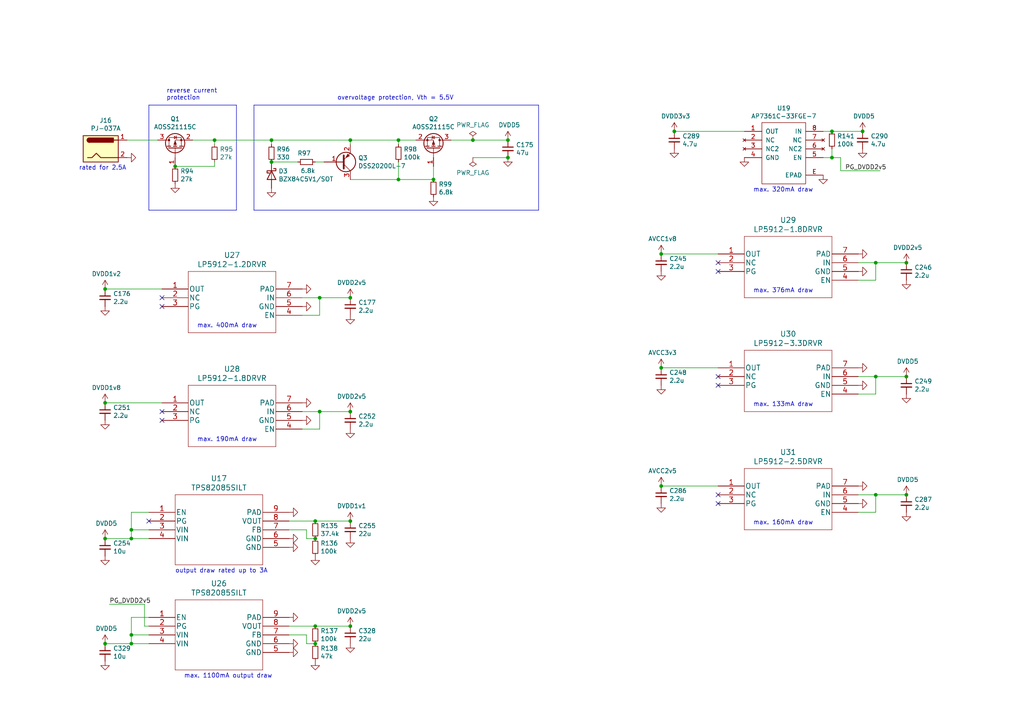
<source format=kicad_sch>
(kicad_sch (version 20230121) (generator eeschema)
  (paper "A4")
  (title_block (title "OSSC Pro") (date "2023-08-17") (rev "1.5"))
  (lib_symbols
    (symbol "Connector:Barrel_Jack" (pin_names (offset 1.016))
      (property "Reference" "J" (at 0 5.334 0))
      (property "Value" "Barrel_Jack" (at 0 -5.08 0))
      (symbol "Barrel_Jack_0_1"
        (rectangle (start -5.08 3.81) (end 5.08 -3.81) (stroke (width 0.254)) (fill (type background)))
        (arc (start -3.302 3.175) (mid -3.9343 2.54) (end -3.302 1.905) (stroke (width 0.254)))
        (arc (start -3.302 3.175) (mid -3.9343 2.54) (end -3.302 1.905) (stroke (width 0.254)) (fill (type outline)))
        (polyline (pts (xy 5.08 2.54) (xy 3.81 2.54)) (stroke (width 0.254)))
        (polyline (pts (xy -3.81 -2.54) (xy -2.54 -2.54) (xy -1.27 -1.27) (xy 0 -2.54) (xy 2.54 -2.54) (xy 5.08 -2.54)) (stroke (width 0.254)))
        (rectangle (start 3.683 3.175) (end -3.302 1.905) (stroke (width 0.254)) (fill (type outline)))
      )
      (symbol "Barrel_Jack_1_1"
        (pin passive line (at 7.62 2.54 180) (length 2.54) (name "~") (number "1"))
        (pin passive line (at 7.62 -2.54 180) (length 2.54) (name "~") (number "2"))
      )
    )
    (symbol "Device:C_Small" (pin_numbers hide) (pin_names (offset 0.254) hide)
      (property "Reference" "C" (at 0.254 1.778 0))
      (property "Value" "C_Small" (at 0.254 -2.032 0))
      (symbol "C_Small_0_1"
        (polyline (pts (xy -1.524 -0.508) (xy 1.524 -0.508)) (stroke (width 0.3302)))
        (polyline (pts (xy -1.524 0.508) (xy 1.524 0.508)) (stroke (width 0.3048)))
      )
      (symbol "C_Small_1_1"
        (pin passive line (at 0 2.54 270) (length 2.032) (name "~") (number "1"))
        (pin passive line (at 0 -2.54 90) (length 2.032) (name "~") (number "2"))
      )
    )
    (symbol "Device:D_Schottky" (pin_numbers hide) (pin_names (offset 1.016) hide)
      (property "Reference" "D" (at 0 2.54 0))
      (property "Value" "D_Schottky" (at 0 -2.54 0))
      (symbol "D_Schottky_0_1"
        (polyline (pts (xy 1.27 0) (xy -1.27 0)))
        (polyline (pts (xy 1.27 1.27) (xy 1.27 -1.27) (xy -1.27 0) (xy 1.27 1.27)) (stroke (width 0.254)))
        (polyline (pts (xy -1.905 0.635) (xy -1.905 1.27) (xy -1.27 1.27) (xy -1.27 -1.27) (xy -0.635 -1.27) (xy -0.635 -0.635)) (stroke (width 0.254)))
      )
      (symbol "D_Schottky_1_1"
        (pin passive line (at -3.81 0 0) (length 2.54) (name "K") (number "1"))
        (pin passive line (at 3.81 0 180) (length 2.54) (name "A") (number "2"))
      )
    )
    (symbol "Device:Q_PMOS_GSD" (pin_names (offset 0) hide)
      (property "Reference" "Q" (at 5.08 1.27 0))
      (property "Value" "Q_PMOS_GSD" (at 5.08 -1.27 0))
      (symbol "Q_PMOS_GSD_0_1"
        (polyline (pts (xy 0.254 0) (xy -2.54 0)))
        (polyline (pts (xy 0.254 1.905) (xy 0.254 -1.905)) (stroke (width 0.254)))
        (polyline (pts (xy 0.762 -1.27) (xy 0.762 -2.286)) (stroke (width 0.254)))
        (polyline (pts (xy 0.762 0.508) (xy 0.762 -0.508)) (stroke (width 0.254)))
        (polyline (pts (xy 0.762 2.286) (xy 0.762 1.27)) (stroke (width 0.254)))
        (polyline (pts (xy 2.54 2.54) (xy 2.54 1.778)))
        (polyline (pts (xy 2.54 -2.54) (xy 2.54 0) (xy 0.762 0)))
        (polyline (pts (xy 0.762 1.778) (xy 3.302 1.778) (xy 3.302 -1.778) (xy 0.762 -1.778)))
        (polyline (pts (xy 2.286 0) (xy 1.27 0.381) (xy 1.27 -0.381) (xy 2.286 0)) (fill (type outline)))
        (polyline (pts (xy 2.794 -0.508) (xy 2.921 -0.381) (xy 3.683 -0.381) (xy 3.81 -0.254)))
        (polyline (pts (xy 3.302 -0.381) (xy 2.921 0.254) (xy 3.683 0.254) (xy 3.302 -0.381)))
        (circle (center 1.651 0) (radius 2.794) (stroke (width 0.254)))
        (circle (center 2.54 -1.778) (radius 0.254) (fill (type outline)))
        (circle (center 2.54 1.778) (radius 0.254) (fill (type outline)))
      )
      (symbol "Q_PMOS_GSD_1_1"
        (pin input line (at -5.08 0 0) (length 2.54) (name "G") (number "1"))
        (pin passive line (at 2.54 -5.08 90) (length 2.54) (name "S") (number "2"))
        (pin passive line (at 2.54 5.08 270) (length 2.54) (name "D") (number "3"))
      )
    )
    (symbol "Device:Q_PNP_BEC" (pin_names (offset 0) hide)
      (property "Reference" "Q" (at 5.08 1.27 0))
      (property "Value" "Q_PNP_BEC" (at 5.08 -1.27 0))
      (symbol "Q_PNP_BEC_0_1"
        (polyline (pts (xy 0.635 0.635) (xy 2.54 2.54)))
        (polyline (pts (xy 0.635 -0.635) (xy 2.54 -2.54) (xy 2.54 -2.54)))
        (polyline (pts (xy 0.635 1.905) (xy 0.635 -1.905) (xy 0.635 -1.905)) (stroke (width 0.508)))
        (polyline (pts (xy 2.286 -1.778) (xy 1.778 -2.286) (xy 1.27 -1.27) (xy 2.286 -1.778) (xy 2.286 -1.778)) (fill (type outline)))
        (circle (center 1.27 0) (radius 2.8194) (stroke (width 0.254)))
      )
      (symbol "Q_PNP_BEC_1_1"
        (pin input line (at -5.08 0 0) (length 5.715) (name "B") (number "1"))
        (pin passive line (at 2.54 -5.08 90) (length 2.54) (name "E") (number "2"))
        (pin passive line (at 2.54 5.08 270) (length 2.54) (name "C") (number "3"))
      )
    )
    (symbol "Device:R_Small" (pin_numbers hide) (pin_names (offset 0.254) hide)
      (property "Reference" "R" (at 0.762 0.508 0))
      (property "Value" "R_Small" (at 0.762 -1.016 0))
      (symbol "R_Small_0_1"
        (rectangle (start -0.762 1.778) (end 0.762 -1.778) (stroke (width 0.2032)))
      )
      (symbol "R_Small_1_1"
        (pin passive line (at 0 2.54 270) (length 0.762) (name "~") (number "1"))
        (pin passive line (at 0 -2.54 90) (length 0.762) (name "~") (number "2"))
      )
    )
    (symbol "custom_components:AP7361C-33FGE-7" (pin_names (offset 1.016))
      (property "Reference" "U" (at 0 12.7 0))
      (property "Value" "AP7361C-33FGE-7" (at 0 10.16 0))
      (symbol "AP7361C-33FGE-7_0_1"
        (rectangle (start -6.35 8.89) (end 6.35 -8.89))
      )
      (symbol "AP7361C-33FGE-7_1_1"
        (pin power_out line (at -11.43 6.35 0) (length 5.08) (name "OUT") (number "1"))
        (pin no_connect line (at -11.43 3.81 0) (length 5.08) (name "NC") (number "2"))
        (pin no_connect line (at -11.43 1.27 0) (length 5.08) (name "NC2") (number "3"))
        (pin power_in line (at -11.43 -1.27 0) (length 5.08) (name "GND") (number "4"))
        (pin input line (at 11.43 -1.27 180) (length 5.08) (name "EN") (number "5"))
        (pin no_connect line (at 11.43 1.27 180) (length 5.08) (name "NC2") (number "6"))
        (pin no_connect line (at 11.43 3.81 180) (length 5.08) (name "NC") (number "7"))
        (pin power_in line (at 11.43 6.35 180) (length 5.08) (name "IN") (number "8"))
        (pin power_in line (at 11.43 -6.35 180) (length 5.08) (name "EPAD") (number "E"))
      )
    )
    (symbol "custom_components:AVCC1v8" (power) (pin_names (offset 0))
      (property "Value" "AVCC1v8" (at 0 3.556 0))
      (symbol "AVCC1v8_0_1"
        (polyline (pts (xy -0.762 1.27) (xy 0 2.54)))
        (polyline (pts (xy 0 0) (xy 0 2.54)))
        (polyline (pts (xy 0 2.54) (xy 0.762 1.27)))
      )
      (symbol "AVCC1v8_1_1"
        (pin power_in line (at 0 0 90) (length 0) hide (name "AVCC1v8") (number "1"))
      )
    )
    (symbol "custom_components:AVCC2v5" (power) (pin_names (offset 0))
      (property "Value" "AVCC2v5" (at 0 3.556 0))
      (symbol "AVCC2v5_0_1"
        (polyline (pts (xy -0.762 1.27) (xy 0 2.54)))
        (polyline (pts (xy 0 0) (xy 0 2.54)))
        (polyline (pts (xy 0 2.54) (xy 0.762 1.27)))
      )
      (symbol "AVCC2v5_1_1"
        (pin power_in line (at 0 0 90) (length 0) hide (name "AVCC2v5") (number "1"))
      )
    )
    (symbol "custom_components:AVCC3v3" (power) (pin_names (offset 0))
      (property "Value" "AVCC3v3" (at 0 3.556 0))
      (symbol "AVCC3v3_0_1"
        (polyline (pts (xy -0.762 1.27) (xy 0 2.54)))
        (polyline (pts (xy 0 0) (xy 0 2.54)))
        (polyline (pts (xy 0 2.54) (xy 0.762 1.27)))
      )
      (symbol "AVCC3v3_1_1"
        (pin power_in line (at 0 0 90) (length 0) hide (name "AVCC3v3") (number "1"))
      )
    )
    (symbol "custom_components:DVDD1v1" (power) (pin_names (offset 0))
      (property "Value" "DVDD1v1" (at 0 3.556 0))
      (symbol "DVDD1v1_0_1"
        (polyline (pts (xy -0.762 1.27) (xy 0 2.54)))
        (polyline (pts (xy 0 0) (xy 0 2.54)))
        (polyline (pts (xy 0 2.54) (xy 0.762 1.27)))
      )
      (symbol "DVDD1v1_1_1"
        (pin power_in line (at 0 0 90) (length 0) hide (name "DVDD1v1") (number "1"))
      )
    )
    (symbol "custom_components:DVDD1v2" (power) (pin_names (offset 0))
      (property "Value" "DVDD1v2" (at 0 3.556 0))
      (symbol "DVDD1v2_0_1"
        (polyline (pts (xy -0.762 1.27) (xy 0 2.54)))
        (polyline (pts (xy 0 0) (xy 0 2.54)))
        (polyline (pts (xy 0 2.54) (xy 0.762 1.27)))
      )
      (symbol "DVDD1v2_1_1"
        (pin power_in line (at 0 0 90) (length 0) hide (name "DVDD1v2") (number "1"))
      )
    )
    (symbol "custom_components:DVDD1v8" (power) (pin_names (offset 0))
      (property "Value" "DVDD1v8" (at 0 3.556 0))
      (symbol "DVDD1v8_0_1"
        (polyline (pts (xy -0.762 1.27) (xy 0 2.54)))
        (polyline (pts (xy 0 0) (xy 0 2.54)))
        (polyline (pts (xy 0 2.54) (xy 0.762 1.27)))
      )
      (symbol "DVDD1v8_1_1"
        (pin power_in line (at 0 0 90) (length 0) hide (name "DVDD1v8") (number "1"))
      )
    )
    (symbol "custom_components:DVDD2v5" (power) (pin_names (offset 0))
      (property "Value" "DVDD2v5" (at 0 3.556 0))
      (symbol "DVDD2v5_0_1"
        (polyline (pts (xy -0.762 1.27) (xy 0 2.54)))
        (polyline (pts (xy 0 0) (xy 0 2.54)))
        (polyline (pts (xy 0 2.54) (xy 0.762 1.27)))
      )
      (symbol "DVDD2v5_1_1"
        (pin power_in line (at 0 0 90) (length 0) hide (name "DVDD2v5") (number "1"))
      )
    )
    (symbol "custom_components:DVDD3v3" (power) (pin_names (offset 0))
      (property "Value" "DVDD3v3" (at 0 3.556 0))
      (symbol "DVDD3v3_0_1"
        (polyline (pts (xy -0.762 1.27) (xy 0 2.54)))
        (polyline (pts (xy 0 0) (xy 0 2.54)))
        (polyline (pts (xy 0 2.54) (xy 0.762 1.27)))
      )
      (symbol "DVDD3v3_1_1"
        (pin power_in line (at 0 0 90) (length 0) hide (name "DVDD3v3") (number "1"))
      )
    )
    (symbol "custom_components:DVDD5" (power) (pin_names (offset 0))
      (property "Value" "DVDD5" (at 0 3.556 0))
      (symbol "DVDD5_0_1"
        (polyline (pts (xy -0.762 1.27) (xy 0 2.54)))
        (polyline (pts (xy 0 0) (xy 0 2.54)))
        (polyline (pts (xy 0 2.54) (xy 0.762 1.27)))
      )
      (symbol "DVDD5_1_1"
        (pin power_in line (at 0 0 90) (length 0) hide (name "DVDD5") (number "1"))
      )
    )
    (symbol "custom_components:LP5912-1.2DRVR" (pin_names (offset 0.254))
      (property "Reference" "U" (at 20.32 10.16 0))
      (property "Value" "LP5912-1.2DRVR" (at 20.32 7.62 0))
      (symbol "LP5912-1.2DRVR_1_1"
        (polyline (pts (xy 7.62 -12.7) (xy 33.02 -12.7)) (stroke (width 0.127)))
        (polyline (pts (xy 7.62 5.08) (xy 7.62 -12.7)) (stroke (width 0.127)))
        (polyline (pts (xy 33.02 -12.7) (xy 33.02 5.08)) (stroke (width 0.127)))
        (polyline (pts (xy 33.02 5.08) (xy 7.62 5.08)) (stroke (width 0.127)))
        (pin power_out line (at 0 0 0) (length 7.62) (name "OUT") (number "1"))
        (pin unspecified line (at 0 -2.54 0) (length 7.62) (name "NC") (number "2"))
        (pin output line (at 0 -5.08 0) (length 7.62) (name "PG") (number "3"))
        (pin input line (at 40.64 -7.62 180) (length 7.62) (name "EN") (number "4"))
        (pin power_in line (at 40.64 -5.08 180) (length 7.62) (name "GND") (number "5"))
        (pin power_in line (at 40.64 -2.54 180) (length 7.62) (name "IN") (number "6"))
        (pin power_in line (at 40.64 0 180) (length 7.62) (name "PAD") (number "7"))
      )
    )
    (symbol "custom_components:TPS82084SILT" (pin_names (offset 0.254))
      (property "Reference" "U" (at 20.32 10.16 0))
      (property "Value" "TPS82084SILT" (at 20.32 7.62 0))
      (symbol "TPS82084SILT_1_1"
        (polyline (pts (xy 7.62 -15.24) (xy 33.02 -15.24)) (stroke (width 0.127)))
        (polyline (pts (xy 7.62 5.08) (xy 7.62 -15.24)) (stroke (width 0.127)))
        (polyline (pts (xy 33.02 -15.24) (xy 33.02 5.08)) (stroke (width 0.127)))
        (polyline (pts (xy 33.02 5.08) (xy 7.62 5.08)) (stroke (width 0.127)))
        (pin input line (at 0 0 0) (length 7.62) (name "EN") (number "1"))
        (pin open_collector line (at 0 -2.54 0) (length 7.62) (name "PG") (number "2"))
        (pin power_in line (at 0 -5.08 0) (length 7.62) (name "VIN") (number "3"))
        (pin power_in line (at 0 -7.62 0) (length 7.62) (name "VIN") (number "4"))
        (pin power_in line (at 40.64 -10.16 180) (length 7.62) (name "GND") (number "5"))
        (pin power_in line (at 40.64 -7.62 180) (length 7.62) (name "GND") (number "6"))
        (pin input line (at 40.64 -5.08 180) (length 7.62) (name "FB") (number "7"))
        (pin power_out line (at 40.64 -2.54 180) (length 7.62) (name "VOUT") (number "8"))
        (pin power_in line (at 40.64 0 180) (length 7.62) (name "PAD") (number "9"))
      )
    )
    (symbol "power:GND" (power) (pin_names (offset 0))
      (property "Value" "GND" (at 0 -3.81 0))
      (symbol "GND_0_1"
        (polyline (pts (xy 0 0) (xy 0 -1.27) (xy 1.27 -1.27) (xy 0 -2.54) (xy -1.27 -1.27) (xy 0 -1.27)))
      )
      (symbol "GND_1_1"
        (pin power_in line (at 0 0 270) (length 0) hide (name "GND") (number "1"))
      )
    )
    (symbol "power:PWR_FLAG" (power) (pin_numbers hide) (pin_names (offset 0) hide)
      (property "Value" "PWR_FLAG" (at 0 3.81 0))
      (symbol "PWR_FLAG_0_0"
        (pin power_out line (at 0 0 90) (length 0) (name "pwr") (number "1"))
      )
      (symbol "PWR_FLAG_0_1"
        (polyline (pts (xy 0 0) (xy 0 1.27) (xy -1.016 1.905) (xy 0 2.54) (xy 1.016 1.905) (xy 0 1.27)))
      )
    )
  )
  (junction (at 38.1 153.67))
  (junction (at 92.71 119.38))
  (junction (at 78.74 46.99))
  (junction (at 115.57 40.64))
  (junction (at 101.6 151.13))
  (junction (at 191.77 73.66))
  (junction (at 191.77 106.68))
  (junction (at 262.89 76.2))
  (junction (at 78.74 40.64))
  (junction (at 250.19 38.1))
  (junction (at 101.6 119.38))
  (junction (at 125.73 52.07))
  (junction (at 30.48 186.69))
  (junction (at 254 143.51))
  (junction (at 262.89 109.22))
  (junction (at 101.6 40.64))
  (junction (at 147.32 45.72))
  (junction (at 254 109.22))
  (junction (at 38.1 184.15))
  (junction (at 191.77 140.97))
  (junction (at 101.6 86.36))
  (junction (at 137.16 40.64))
  (junction (at 38.1 156.21))
  (junction (at 38.1 186.69))
  (junction (at 30.48 156.21))
  (junction (at 62.23 40.64))
  (junction (at 115.57 52.07))
  (junction (at 254 76.2))
  (junction (at 91.44 181.61))
  (junction (at 262.89 143.51))
  (junction (at 91.44 156.21))
  (junction (at 30.48 83.82))
  (junction (at 91.44 186.69))
  (junction (at 195.58 38.1))
  (junction (at 241.3 38.1))
  (junction (at 30.48 116.84))
  (junction (at 92.71 86.36))
  (junction (at 241.3 45.72))
  (junction (at 50.8 48.26))
  (junction (at 101.6 181.61))
  (junction (at 147.32 40.64))
  (junction (at 91.44 151.13))
  (no_connect (at 208.28 146.05))
  (no_connect (at 46.99 86.36))
  (no_connect (at 46.99 119.38))
  (no_connect (at 208.28 78.74))
  (no_connect (at 43.18 151.13))
  (no_connect (at 208.28 111.76))
  (no_connect (at 208.28 76.2))
  (no_connect (at 46.99 121.92))
  (no_connect (at 208.28 143.51))
  (no_connect (at 208.28 109.22))
  (no_connect (at 46.99 88.9))
  (wire (pts (xy 62.23 48.26) (xy 50.8 48.26)))
  (wire (pts (xy 43.18 181.61) (xy 41.91 181.61)))
  (wire (pts (xy 115.57 46.99) (xy 115.57 52.07)))
  (polyline (pts (xy 43.18 30.48) (xy 43.18 60.96)))
  (wire (pts (xy 254 143.51) (xy 262.89 143.51)))
  (wire (pts (xy 88.9 184.15) (xy 83.82 184.15)))
  (wire (pts (xy 120.65 40.64) (xy 115.57 40.64)))
  (wire (pts (xy 241.3 45.72) (xy 241.3 43.18)))
  (wire (pts (xy 115.57 40.64) (xy 101.6 40.64)))
  (wire (pts (xy 115.57 52.07) (xy 125.73 52.07)))
  (wire (pts (xy 91.44 156.21) (xy 88.9 156.21)))
  (polyline (pts (xy 73.66 60.96) (xy 156.21 60.96)))
  (wire (pts (xy 88.9 186.69) (xy 88.9 184.15)))
  (wire (pts (xy 191.77 106.68) (xy 208.28 106.68)))
  (wire (pts (xy 92.71 86.36) (xy 101.6 86.36)))
  (wire (pts (xy 88.9 153.67) (xy 83.82 153.67)))
  (wire (pts (xy 83.82 181.61) (xy 91.44 181.61)))
  (wire (pts (xy 88.9 156.21) (xy 88.9 153.67)))
  (wire (pts (xy 38.1 184.15) (xy 38.1 186.69)))
  (polyline (pts (xy 73.66 30.48) (xy 73.66 60.96)))
  (wire (pts (xy 92.71 119.38) (xy 92.71 124.46)))
  (wire (pts (xy 86.36 46.99) (xy 78.74 46.99)))
  (wire (pts (xy 254 109.22) (xy 262.89 109.22)))
  (wire (pts (xy 30.48 186.69) (xy 38.1 186.69)))
  (wire (pts (xy 41.91 175.26) (xy 31.75 175.26)))
  (wire (pts (xy 254 114.3) (xy 248.92 114.3)))
  (wire (pts (xy 248.92 76.2) (xy 254 76.2)))
  (wire (pts (xy 91.44 186.69) (xy 88.9 186.69)))
  (wire (pts (xy 101.6 41.91) (xy 101.6 40.64)))
  (wire (pts (xy 254 143.51) (xy 254 148.59)))
  (wire (pts (xy 195.58 38.1) (xy 215.9 38.1)))
  (wire (pts (xy 38.1 179.07) (xy 43.18 179.07)))
  (wire (pts (xy 30.48 156.21) (xy 38.1 156.21)))
  (wire (pts (xy 254 109.22) (xy 254 114.3)))
  (wire (pts (xy 248.92 109.22) (xy 254 109.22)))
  (wire (pts (xy 78.74 41.91) (xy 78.74 40.64)))
  (wire (pts (xy 62.23 46.99) (xy 62.23 48.26)))
  (polyline (pts (xy 156.21 60.96) (xy 156.21 30.48)))
  (wire (pts (xy 55.88 40.64) (xy 62.23 40.64)))
  (wire (pts (xy 92.71 91.44) (xy 87.63 91.44)))
  (wire (pts (xy 254 76.2) (xy 262.89 76.2)))
  (wire (pts (xy 92.71 86.36) (xy 92.71 91.44)))
  (wire (pts (xy 248.92 143.51) (xy 254 143.51)))
  (wire (pts (xy 87.63 119.38) (xy 92.71 119.38)))
  (wire (pts (xy 38.1 156.21) (xy 43.18 156.21)))
  (wire (pts (xy 137.16 40.64) (xy 147.32 40.64)))
  (wire (pts (xy 92.71 119.38) (xy 101.6 119.38)))
  (wire (pts (xy 130.81 40.64) (xy 137.16 40.64)))
  (wire (pts (xy 243.84 49.53) (xy 255.27 49.53)))
  (polyline (pts (xy 68.58 30.48) (xy 68.58 60.96)))
  (wire (pts (xy 62.23 40.64) (xy 62.23 41.91)))
  (wire (pts (xy 191.77 140.97) (xy 208.28 140.97)))
  (wire (pts (xy 238.76 45.72) (xy 241.3 45.72)))
  (wire (pts (xy 254 76.2) (xy 254 81.28)))
  (wire (pts (xy 115.57 41.91) (xy 115.57 40.64)))
  (wire (pts (xy 38.1 148.59) (xy 43.18 148.59)))
  (wire (pts (xy 241.3 38.1) (xy 250.19 38.1)))
  (wire (pts (xy 125.73 52.07) (xy 125.73 48.26)))
  (wire (pts (xy 191.77 73.66) (xy 208.28 73.66)))
  (wire (pts (xy 238.76 38.1) (xy 241.3 38.1)))
  (wire (pts (xy 101.6 52.07) (xy 115.57 52.07)))
  (wire (pts (xy 38.1 186.69) (xy 43.18 186.69)))
  (wire (pts (xy 38.1 184.15) (xy 38.1 179.07)))
  (wire (pts (xy 38.1 153.67) (xy 38.1 148.59)))
  (wire (pts (xy 62.23 40.64) (xy 78.74 40.64)))
  (wire (pts (xy 241.3 45.72) (xy 243.84 45.72)))
  (wire (pts (xy 254 148.59) (xy 248.92 148.59)))
  (wire (pts (xy 43.18 153.67) (xy 38.1 153.67)))
  (wire (pts (xy 92.71 124.46) (xy 87.63 124.46)))
  (polyline (pts (xy 43.18 60.96) (xy 68.58 60.96)))
  (wire (pts (xy 101.6 40.64) (xy 78.74 40.64)))
  (wire (pts (xy 41.91 181.61) (xy 41.91 175.26)))
  (wire (pts (xy 43.18 184.15) (xy 38.1 184.15)))
  (wire (pts (xy 254 81.28) (xy 248.92 81.28)))
  (wire (pts (xy 243.84 45.72) (xy 243.84 49.53)))
  (wire (pts (xy 93.98 46.99) (xy 91.44 46.99)))
  (polyline (pts (xy 156.21 30.48) (xy 73.66 30.48)))
  (polyline (pts (xy 68.58 30.48) (xy 43.18 30.48)))
  (wire (pts (xy 91.44 181.61) (xy 101.6 181.61)))
  (wire (pts (xy 91.44 151.13) (xy 101.6 151.13)))
  (wire (pts (xy 30.48 116.84) (xy 46.99 116.84)))
  (wire (pts (xy 45.72 40.64) (xy 36.83 40.64)))
  (wire (pts (xy 38.1 153.67) (xy 38.1 156.21)))
  (wire (pts (xy 147.32 45.72) (xy 137.16 45.72)))
  (wire (pts (xy 83.82 151.13) (xy 91.44 151.13)))
  (wire (pts (xy 87.63 86.36) (xy 92.71 86.36)))
  (wire (pts (xy 30.48 83.82) (xy 46.99 83.82)))
  (text "reverse current\nprotection" (at 48.26 29.21 0) (effects (font (size 1.27 1.27)) (justify left bottom)))
  (text "max. 160mA draw" (at 218.44 152.4 0) (effects (font (size 1.27 1.27)) (justify left bottom)))
  (text "max. 400mA draw" (at 57.15 95.25 0) (effects (font (size 1.27 1.27)) (justify left bottom)))
  (text "max. 1100mA output draw" (at 53.34 196.85 0) (effects (font (size 1.27 1.27)) (justify left bottom)))
  (text "max. 190mA draw" (at 57.15 128.27 0) (effects (font (size 1.27 1.27)) (justify left bottom)))
  (text "max. 320mA draw" (at 218.44 55.88 0) (effects (font (size 1.27 1.27)) (justify left bottom)))
  (text "max. 376mA draw" (at 218.44 85.09 0) (effects (font (size 1.27 1.27)) (justify left bottom)))
  (text "rated for 2.5A" (at 22.86 49.53 0) (effects (font (size 1.27 1.27)) (justify left bottom)))
  (text "max. 133mA draw" (at 218.44 118.11 0) (effects (font (size 1.27 1.27)) (justify left bottom)))
  (text "output draw rated up to 3A" (at 50.8 166.37 0) (effects (font (size 1.27 1.27)) (justify left bottom)))
  (text "overvoltage protection, Vth = 5.5V" (at 97.79 29.21 0) (effects (font (size 1.27 1.27)) (justify left bottom)))
  (label "PG_DVDD2v5" (at 245.11 49.53 0))
  (label "PG_DVDD2v5" (at 31.75 175.26 0))
  (symbol (lib_id "power:PWR_FLAG") (at 137.16 40.64 0) (unit 1)
    (property "Reference" "#FLG0101" (effects hide))
    (property "Value" "PWR_FLAG" (at 137.16 36.2458 0))
  )
  (symbol (lib_id "power:PWR_FLAG") (at 137.16 45.72 180) (unit 1)
    (property "Reference" "#FLG0110" (effects hide))
    (property "Value" "PWR_FLAG" (at 137.16 50.1142 0))
  )
  (symbol (lib_id "custom_components:TPS82084SILT") (at 43.18 148.59 0) (unit 1)
    (property "Reference" "U17" (at 63.5 138.7602 0) (effects (font (size 1.524 1.524))))
    (property "Value" "TPS82085SILT" (at 63.5 141.4526 0) (effects (font (size 1.524 1.524))))
    (property "Footprint" "custom_components:TPS82084SILT" (effects hide))
  )
  (symbol (lib_id "custom_components:TPS82084SILT") (at 43.18 179.07 0) (unit 1)
    (property "Reference" "U26" (at 63.5 169.2402 0) (effects (font (size 1.524 1.524))))
    (property "Value" "TPS82085SILT" (at 63.5 171.9326 0) (effects (font (size 1.524 1.524))))
    (property "Footprint" "custom_components:TPS82084SILT" (effects hide))
  )
  (symbol (lib_id "power:GND") (at 83.82 189.23 90) (unit 1)
    (property "Reference" "#PWR0738" (effects hide))
    (property "Value" "GND" (effects hide))
  )
  (symbol (lib_id "power:GND") (at 83.82 186.69 90) (unit 1)
    (property "Reference" "#PWR0739" (effects hide))
    (property "Value" "GND" (effects hide))
  )
  (symbol (lib_id "power:GND") (at 83.82 148.59 90) (unit 1)
    (property "Reference" "#PWR0740" (effects hide))
    (property "Value" "GND" (effects hide))
  )
  (symbol (lib_id "power:GND") (at 83.82 179.07 90) (unit 1)
    (property "Reference" "#PWR0741" (effects hide))
    (property "Value" "GND" (effects hide))
  )
  (symbol (lib_id "Device:R_Small") (at 91.44 153.67 0) (unit 1)
    (property "Reference" "R135" (at 92.9386 152.5016 0) (effects (justify left)))
    (property "Value" "37.4k" (at 92.9386 154.813 0) (effects (justify left)))
    (property "Footprint" "Resistor_SMD:R_0402_1005Metric" (effects hide))
  )
  (symbol (lib_id "Device:R_Small") (at 91.44 158.75 0) (unit 1)
    (property "Reference" "R136" (at 92.9386 157.5816 0) (effects (justify left)))
    (property "Value" "100k" (at 92.9386 159.893 0) (effects (justify left)))
    (property "Footprint" "Resistor_SMD:R_0402_1005Metric" (effects hide))
  )
  (symbol (lib_id "power:GND") (at 91.44 161.29 0) (unit 1)
    (property "Reference" "#PWR0742" (effects hide))
    (property "Value" "GND" (effects hide))
  )
  (symbol (lib_id "Device:R_Small") (at 91.44 184.15 0) (unit 1)
    (property "Reference" "R137" (at 92.9386 182.9816 0) (effects (justify left)))
    (property "Value" "100k" (at 92.9386 185.293 0) (effects (justify left)))
    (property "Footprint" "Resistor_SMD:R_0402_1005Metric" (effects hide))
  )
  (symbol (lib_id "Device:R_Small") (at 91.44 189.23 0) (unit 1)
    (property "Reference" "R138" (at 92.9386 188.0616 0) (effects (justify left)))
    (property "Value" "47k" (at 92.9386 190.373 0) (effects (justify left)))
    (property "Footprint" "Resistor_SMD:R_0402_1005Metric" (effects hide))
  )
  (symbol (lib_id "power:GND") (at 91.44 191.77 0) (unit 1)
    (property "Reference" "#PWR0743" (effects hide))
    (property "Value" "GND" (effects hide))
  )
  (symbol (lib_id "power:GND") (at 36.83 45.72 90) (unit 1)
    (property "Reference" "#PWR0609" (effects hide))
    (property "Value" "GND" (effects hide))
  )
  (symbol (lib_id "Device:Q_PMOS_GSD") (at 50.8 43.18 90) (unit 1)
    (property "Reference" "Q1" (at 50.8 34.4932 90))
    (property "Value" "AOSS21115C" (at 50.8 36.8046 90))
    (property "Footprint" "Package_TO_SOT_SMD:SOT-23" (effects hide))
  )
  (symbol (lib_id "Device:R_Small") (at 62.23 44.45 0) (unit 1)
    (property "Reference" "R95" (at 63.7286 43.2816 0) (effects (justify left)))
    (property "Value" "27k" (at 63.7286 45.593 0) (effects (justify left)))
    (property "Footprint" "Resistor_SMD:R_0402_1005Metric" (effects hide))
  )
  (symbol (lib_id "Device:R_Small") (at 50.8 50.8 0) (unit 1)
    (property "Reference" "R94" (at 52.2986 49.6316 0) (effects (justify left)))
    (property "Value" "27k" (at 52.2986 51.943 0) (effects (justify left)))
    (property "Footprint" "Resistor_SMD:R_0402_1005Metric" (effects hide))
  )
  (symbol (lib_id "power:GND") (at 50.8 53.34 0) (unit 1)
    (property "Reference" "#PWR0610" (effects hide))
    (property "Value" "GND" (effects hide))
  )
  (symbol (lib_id "Device:R_Small") (at 78.74 44.45 0) (unit 1)
    (property "Reference" "R96" (at 80.2386 43.2816 0) (effects (justify left)))
    (property "Value" "330" (at 80.2386 45.593 0) (effects (justify left)))
    (property "Footprint" "Resistor_SMD:R_0805_2012Metric" (effects hide))
  )
  (symbol (lib_id "Device:D_Schottky") (at 78.74 50.8 270) (unit 1)
    (property "Reference" "D3" (at 80.772 49.6316 90) (effects (justify left)))
    (property "Value" "BZX84C5V1/SOT" (at 80.772 51.943 90) (effects (justify left)))
    (property "Footprint" "Diode_SMD:D_SOT-23_ANK" (effects hide))
  )
  (symbol (lib_id "power:GND") (at 78.74 54.61 0) (unit 1)
    (property "Reference" "#PWR0611" (effects hide))
    (property "Value" "GND" (effects hide))
  )
  (symbol (lib_id "Device:Q_PNP_BEC") (at 99.06 46.99 0) (mirror x) (unit 1)
    (property "Reference" "Q3" (at 103.886 45.8216 0) (effects (justify left)))
    (property "Value" "DSS20200L-7" (at 103.886 48.133 0) (effects (justify left)))
    (property "Footprint" "Package_TO_SOT_SMD:SOT-23" (effects hide))
  )
  (symbol (lib_id "Device:R_Small") (at 115.57 44.45 0) (unit 1)
    (property "Reference" "R98" (at 117.0686 43.2816 0) (effects (justify left)))
    (property "Value" "100k" (at 117.0686 45.593 0) (effects (justify left)))
    (property "Footprint" "Resistor_SMD:R_0402_1005Metric" (effects hide))
  )
  (symbol (lib_id "Device:R_Small") (at 125.73 54.61 0) (unit 1)
    (property "Reference" "R99" (at 127.2286 53.4416 0) (effects (justify left)))
    (property "Value" "6.8k" (at 127.2286 55.753 0) (effects (justify left)))
    (property "Footprint" "Resistor_SMD:R_0402_1005Metric" (effects hide))
  )
  (symbol (lib_id "power:GND") (at 125.73 57.15 0) (unit 1)
    (property "Reference" "#PWR0612" (effects hide))
    (property "Value" "GND" (effects hide))
  )
  (symbol (lib_id "Device:Q_PMOS_GSD") (at 125.73 43.18 270) (mirror x) (unit 1)
    (property "Reference" "Q2" (at 125.73 34.4932 90))
    (property "Value" "AOSS21115C" (at 125.73 36.8046 90))
    (property "Footprint" "Package_TO_SOT_SMD:SOT-23" (effects hide))
  )
  (symbol (lib_id "Device:C_Small") (at 147.32 43.18 0) (unit 1)
    (property "Reference" "C175" (at 149.6568 42.0116 0) (effects (justify left)))
    (property "Value" "47u" (at 149.6568 44.323 0) (effects (justify left)))
    (property "Footprint" "Capacitor_SMD:C_0805_2012Metric" (effects hide))
  )
  (symbol (lib_id "power:GND") (at 147.32 45.72 0) (unit 1)
    (property "Reference" "#PWR0613" (effects hide))
    (property "Value" "GND" (effects hide))
  )
  (symbol (lib_id "custom_components:DVDD5") (at 147.32 40.64 0) (unit 1)
    (property "Reference" "#PWR0614" (effects hide))
    (property "Value" "DVDD5" (at 147.701 36.2458 0))
  )
  (symbol (lib_id "custom_components:AP7361C-33FGE-7") (at 227.33 44.45 0) (unit 1)
    (property "Reference" "U19" (at 227.33 31.369 0))
    (property "Value" "AP7361C-33FGE-7" (at 227.33 33.6804 0))
    (property "Footprint" "custom_components:SON65P300X300X63-9N" (effects hide))
  )
  (symbol (lib_id "power:GND") (at 215.9 45.72 0) (unit 1)
    (property "Reference" "#PWR0615" (effects hide))
    (property "Value" "GND" (effects hide))
  )
  (symbol (lib_id "Device:C_Small") (at 250.19 40.64 0) (unit 1)
    (property "Reference" "C290" (at 252.5268 39.4716 0) (effects (justify left)))
    (property "Value" "4.7u" (at 252.5268 41.783 0) (effects (justify left)))
    (property "Footprint" "Capacitor_SMD:C_0603_1608Metric" (effects hide))
  )
  (symbol (lib_id "custom_components:DVDD5") (at 250.19 38.1 0) (unit 1)
    (property "Reference" "#PWR0616" (effects hide))
    (property "Value" "DVDD5" (at 250.571 33.7058 0))
  )
  (symbol (lib_id "power:GND") (at 250.19 43.18 0) (unit 1)
    (property "Reference" "#PWR0617" (effects hide))
    (property "Value" "GND" (effects hide))
  )
  (symbol (lib_id "Device:C_Small") (at 195.58 40.64 0) (unit 1)
    (property "Reference" "C289" (at 197.9168 39.4716 0) (effects (justify left)))
    (property "Value" "4.7u" (at 197.9168 41.783 0) (effects (justify left)))
    (property "Footprint" "Capacitor_SMD:C_0603_1608Metric" (effects hide))
  )
  (symbol (lib_id "power:GND") (at 195.58 43.18 0) (unit 1)
    (property "Reference" "#PWR0618" (effects hide))
    (property "Value" "GND" (effects hide))
  )
  (symbol (lib_id "custom_components:DVDD3v3") (at 195.58 38.1 0) (unit 1)
    (property "Reference" "#PWR0619" (effects hide))
    (property "Value" "DVDD3v3" (at 195.961 33.7058 0))
  )
  (symbol (lib_id "power:GND") (at 238.76 50.8 0) (unit 1)
    (property "Reference" "#PWR0620" (effects hide))
    (property "Value" "GND" (effects hide))
  )
  (symbol (lib_id "custom_components:LP5912-1.2DRVR") (at 46.99 83.82 0) (unit 1)
    (property "Reference" "U27" (at 67.31 73.9902 0) (effects (font (size 1.524 1.524))))
    (property "Value" "LP5912-1.2DRVR" (at 67.31 76.6826 0) (effects (font (size 1.524 1.524))))
    (property "Footprint" "custom_components:LP5912-1.2DRVR" (effects hide))
  )
  (symbol (lib_id "custom_components:LP5912-1.2DRVR") (at 46.99 116.84 0) (unit 1)
    (property "Reference" "U28" (at 67.31 107.0102 0) (effects (font (size 1.524 1.524))))
    (property "Value" "LP5912-1.8DRVR" (at 67.31 109.7026 0) (effects (font (size 1.524 1.524))))
    (property "Footprint" "custom_components:LP5912-1.2DRVR" (effects hide))
  )
  (symbol (lib_id "custom_components:LP5912-1.2DRVR") (at 208.28 73.66 0) (unit 1)
    (property "Reference" "U29" (at 228.6 63.8302 0) (effects (font (size 1.524 1.524))))
    (property "Value" "LP5912-1.8DRVR" (at 228.6 66.5226 0) (effects (font (size 1.524 1.524))))
    (property "Footprint" "custom_components:LP5912-1.2DRVR" (effects hide))
  )
  (symbol (lib_id "custom_components:LP5912-1.2DRVR") (at 208.28 106.68 0) (unit 1)
    (property "Reference" "U30" (at 228.6 96.8502 0) (effects (font (size 1.524 1.524))))
    (property "Value" "LP5912-3.3DRVR" (at 228.6 99.5426 0) (effects (font (size 1.524 1.524))))
    (property "Footprint" "custom_components:LP5912-1.2DRVR" (effects hide))
  )
  (symbol (lib_id "custom_components:LP5912-1.2DRVR") (at 208.28 140.97 0) (unit 1)
    (property "Reference" "U31" (at 228.6 131.1402 0) (effects (font (size 1.524 1.524))))
    (property "Value" "LP5912-2.5DRVR" (at 228.6 133.8326 0) (effects (font (size 1.524 1.524))))
    (property "Footprint" "custom_components:LP5912-1.2DRVR" (effects hide))
  )
  (symbol (lib_id "Device:C_Small") (at 30.48 86.36 0) (unit 1)
    (property "Reference" "C176" (at 32.8168 85.1916 0) (effects (justify left)))
    (property "Value" "2.2u" (at 32.8168 87.503 0) (effects (justify left)))
    (property "Footprint" "Capacitor_SMD:C_0603_1608Metric" (effects hide))
  )
  (symbol (lib_id "power:GND") (at 30.48 88.9 0) (unit 1)
    (property "Reference" "#PWR0621" (effects hide))
    (property "Value" "GND" (effects hide))
  )
  (symbol (lib_id "custom_components:DVDD1v2") (at 30.48 83.82 0) (unit 1)
    (property "Reference" "#PWR0622" (effects hide))
    (property "Value" "DVDD1v2" (at 30.861 79.4258 0))
  )
  (symbol (lib_id "Device:C_Small") (at 101.6 88.9 0) (unit 1)
    (property "Reference" "C177" (at 103.9368 87.7316 0) (effects (justify left)))
    (property "Value" "2.2u" (at 103.9368 90.043 0) (effects (justify left)))
    (property "Footprint" "Capacitor_SMD:C_0603_1608Metric" (effects hide))
  )
  (symbol (lib_id "power:GND") (at 101.6 91.44 0) (unit 1)
    (property "Reference" "#PWR0623" (effects hide))
    (property "Value" "GND" (effects hide))
  )
  (symbol (lib_id "power:GND") (at 87.63 88.9 90) (unit 1)
    (property "Reference" "#PWR0624" (effects hide))
    (property "Value" "GND" (effects hide))
  )
  (symbol (lib_id "power:GND") (at 87.63 83.82 90) (unit 1)
    (property "Reference" "#PWR0625" (effects hide))
    (property "Value" "GND" (effects hide))
  )
  (symbol (lib_id "custom_components:DVDD2v5") (at 101.6 86.36 0) (unit 1)
    (property "Reference" "#PWR0626" (effects hide))
    (property "Value" "DVDD2v5" (at 101.981 81.9658 0))
  )
  (symbol (lib_id "Device:C_Small") (at 101.6 121.92 0) (unit 1)
    (property "Reference" "C252" (at 103.9368 120.7516 0) (effects (justify left)))
    (property "Value" "2.2u" (at 103.9368 123.063 0) (effects (justify left)))
    (property "Footprint" "Capacitor_SMD:C_0603_1608Metric" (effects hide))
  )
  (symbol (lib_id "power:GND") (at 101.6 124.46 0) (unit 1)
    (property "Reference" "#PWR0627" (effects hide))
    (property "Value" "GND" (effects hide))
  )
  (symbol (lib_id "power:GND") (at 87.63 121.92 90) (unit 1)
    (property "Reference" "#PWR0628" (effects hide))
    (property "Value" "GND" (effects hide))
  )
  (symbol (lib_id "power:GND") (at 87.63 116.84 90) (unit 1)
    (property "Reference" "#PWR0629" (effects hide))
    (property "Value" "GND" (effects hide))
  )
  (symbol (lib_id "custom_components:DVDD2v5") (at 101.6 119.38 0) (unit 1)
    (property "Reference" "#PWR0630" (effects hide))
    (property "Value" "DVDD2v5" (at 101.981 114.9858 0))
  )
  (symbol (lib_id "Device:C_Small") (at 30.48 119.38 0) (unit 1)
    (property "Reference" "C251" (at 32.8168 118.2116 0) (effects (justify left)))
    (property "Value" "2.2u" (at 32.8168 120.523 0) (effects (justify left)))
    (property "Footprint" "Capacitor_SMD:C_0603_1608Metric" (effects hide))
  )
  (symbol (lib_id "power:GND") (at 30.48 121.92 0) (unit 1)
    (property "Reference" "#PWR0631" (effects hide))
    (property "Value" "GND" (effects hide))
  )
  (symbol (lib_id "custom_components:DVDD1v8") (at 30.48 116.84 0) (unit 1)
    (property "Reference" "#PWR0632" (effects hide))
    (property "Value" "DVDD1v8" (at 30.861 112.4458 0))
  )
  (symbol (lib_id "Device:C_Small") (at 262.89 78.74 0) (unit 1)
    (property "Reference" "C246" (at 265.2268 77.5716 0) (effects (justify left)))
    (property "Value" "2.2u" (at 265.2268 79.883 0) (effects (justify left)))
    (property "Footprint" "Capacitor_SMD:C_0603_1608Metric" (effects hide))
  )
  (symbol (lib_id "power:GND") (at 262.89 81.28 0) (unit 1)
    (property "Reference" "#PWR0633" (effects hide))
    (property "Value" "GND" (effects hide))
  )
  (symbol (lib_id "power:GND") (at 248.92 78.74 90) (unit 1)
    (property "Reference" "#PWR0634" (effects hide))
    (property "Value" "GND" (effects hide))
  )
  (symbol (lib_id "power:GND") (at 248.92 73.66 90) (unit 1)
    (property "Reference" "#PWR0635" (effects hide))
    (property "Value" "GND" (effects hide))
  )
  (symbol (lib_id "custom_components:DVDD2v5") (at 262.89 76.2 0) (unit 1)
    (property "Reference" "#PWR0636" (effects hide))
    (property "Value" "DVDD2v5" (at 263.271 71.8058 0))
  )
  (symbol (lib_id "Device:C_Small") (at 262.89 111.76 0) (unit 1)
    (property "Reference" "C249" (at 265.2268 110.5916 0) (effects (justify left)))
    (property "Value" "2.2u" (at 265.2268 112.903 0) (effects (justify left)))
    (property "Footprint" "Capacitor_SMD:C_0603_1608Metric" (effects hide))
  )
  (symbol (lib_id "power:GND") (at 262.89 114.3 0) (unit 1)
    (property "Reference" "#PWR0637" (effects hide))
    (property "Value" "GND" (effects hide))
  )
  (symbol (lib_id "power:GND") (at 248.92 111.76 90) (unit 1)
    (property "Reference" "#PWR0638" (effects hide))
    (property "Value" "GND" (effects hide))
  )
  (symbol (lib_id "power:GND") (at 248.92 106.68 90) (unit 1)
    (property "Reference" "#PWR0639" (effects hide))
    (property "Value" "GND" (effects hide))
  )
  (symbol (lib_id "Device:C_Small") (at 262.89 146.05 0) (unit 1)
    (property "Reference" "C287" (at 265.2268 144.8816 0) (effects (justify left)))
    (property "Value" "2.2u" (at 265.2268 147.193 0) (effects (justify left)))
    (property "Footprint" "Capacitor_SMD:C_0603_1608Metric" (effects hide))
  )
  (symbol (lib_id "power:GND") (at 262.89 148.59 0) (unit 1)
    (property "Reference" "#PWR0640" (effects hide))
    (property "Value" "GND" (effects hide))
  )
  (symbol (lib_id "power:GND") (at 248.92 146.05 90) (unit 1)
    (property "Reference" "#PWR0641" (effects hide))
    (property "Value" "GND" (effects hide))
  )
  (symbol (lib_id "power:GND") (at 248.92 140.97 90) (unit 1)
    (property "Reference" "#PWR0642" (effects hide))
    (property "Value" "GND" (effects hide))
  )
  (symbol (lib_id "custom_components:DVDD5") (at 262.89 143.51 0) (unit 1)
    (property "Reference" "#PWR0643" (effects hide))
    (property "Value" "DVDD5" (at 263.271 139.1158 0))
  )
  (symbol (lib_id "custom_components:DVDD5") (at 262.89 109.22 0) (unit 1)
    (property "Reference" "#PWR0644" (effects hide))
    (property "Value" "DVDD5" (at 263.271 104.8258 0))
  )
  (symbol (lib_id "Device:C_Small") (at 191.77 76.2 0) (unit 1)
    (property "Reference" "C245" (at 194.1068 75.0316 0) (effects (justify left)))
    (property "Value" "2.2u" (at 194.1068 77.343 0) (effects (justify left)))
    (property "Footprint" "Capacitor_SMD:C_0603_1608Metric" (effects hide))
  )
  (symbol (lib_id "power:GND") (at 191.77 78.74 0) (unit 1)
    (property "Reference" "#PWR0645" (effects hide))
    (property "Value" "GND" (effects hide))
  )
  (symbol (lib_id "Device:C_Small") (at 191.77 109.22 0) (unit 1)
    (property "Reference" "C248" (at 194.1068 108.0516 0) (effects (justify left)))
    (property "Value" "2.2u" (at 194.1068 110.363 0) (effects (justify left)))
    (property "Footprint" "Capacitor_SMD:C_0603_1608Metric" (effects hide))
  )
  (symbol (lib_id "power:GND") (at 191.77 111.76 0) (unit 1)
    (property "Reference" "#PWR0646" (effects hide))
    (property "Value" "GND" (effects hide))
  )
  (symbol (lib_id "Device:C_Small") (at 191.77 143.51 0) (unit 1)
    (property "Reference" "C286" (at 194.1068 142.3416 0) (effects (justify left)))
    (property "Value" "2.2u" (at 194.1068 144.653 0) (effects (justify left)))
    (property "Footprint" "Capacitor_SMD:C_0603_1608Metric" (effects hide))
  )
  (symbol (lib_id "power:GND") (at 191.77 146.05 0) (unit 1)
    (property "Reference" "#PWR0647" (effects hide))
    (property "Value" "GND" (effects hide))
  )
  (symbol (lib_id "custom_components:AVCC1v8") (at 191.77 73.66 0) (unit 1)
    (property "Reference" "#PWR0648" (effects hide))
    (property "Value" "AVCC1v8" (at 192.151 69.2658 0))
  )
  (symbol (lib_id "custom_components:AVCC3v3") (at 191.77 106.68 0) (unit 1)
    (property "Reference" "#PWR0649" (effects hide))
    (property "Value" "AVCC3v3" (at 192.151 102.2858 0))
  )
  (symbol (lib_id "custom_components:AVCC2v5") (at 191.77 140.97 0) (unit 1)
    (property "Reference" "#PWR0650" (effects hide))
    (property "Value" "AVCC2v5" (at 192.151 136.5758 0))
  )
  (symbol (lib_id "Device:C_Small") (at 30.48 158.75 0) (unit 1)
    (property "Reference" "C254" (at 32.8168 157.5816 0) (effects (justify left)))
    (property "Value" "10u" (at 32.8168 159.893 0) (effects (justify left)))
    (property "Footprint" "Capacitor_SMD:C_0805_2012Metric" (effects hide))
  )
  (symbol (lib_id "power:GND") (at 30.48 161.29 0) (unit 1)
    (property "Reference" "#PWR0651" (effects hide))
    (property "Value" "GND" (effects hide))
  )
  (symbol (lib_id "custom_components:DVDD5") (at 30.48 156.21 0) (unit 1)
    (property "Reference" "#PWR0652" (effects hide))
    (property "Value" "DVDD5" (at 30.861 151.8158 0))
  )
  (symbol (lib_id "Device:C_Small") (at 30.48 189.23 0) (unit 1)
    (property "Reference" "C329" (at 32.8168 188.0616 0) (effects (justify left)))
    (property "Value" "10u" (at 32.8168 190.373 0) (effects (justify left)))
    (property "Footprint" "Capacitor_SMD:C_0805_2012Metric" (effects hide))
  )
  (symbol (lib_id "power:GND") (at 30.48 191.77 0) (unit 1)
    (property "Reference" "#PWR0653" (effects hide))
    (property "Value" "GND" (effects hide))
  )
  (symbol (lib_id "custom_components:DVDD5") (at 30.48 186.69 0) (unit 1)
    (property "Reference" "#PWR0654" (effects hide))
    (property "Value" "DVDD5" (at 30.861 182.2958 0))
  )
  (symbol (lib_id "power:GND") (at 83.82 158.75 90) (unit 1)
    (property "Reference" "#PWR0655" (effects hide))
    (property "Value" "GND" (effects hide))
  )
  (symbol (lib_id "power:GND") (at 83.82 156.21 90) (unit 1)
    (property "Reference" "#PWR0656" (effects hide))
    (property "Value" "GND" (effects hide))
  )
  (symbol (lib_id "Device:C_Small") (at 101.6 153.67 0) (unit 1)
    (property "Reference" "C255" (at 103.9368 152.5016 0) (effects (justify left)))
    (property "Value" "22u" (at 103.9368 154.813 0) (effects (justify left)))
    (property "Footprint" "Capacitor_SMD:C_0805_2012Metric" (effects hide))
  )
  (symbol (lib_id "power:GND") (at 101.6 156.21 0) (unit 1)
    (property "Reference" "#PWR0659" (effects hide))
    (property "Value" "GND" (effects hide))
  )
  (symbol (lib_id "Device:C_Small") (at 101.6 184.15 0) (unit 1)
    (property "Reference" "C328" (at 103.9368 182.9816 0) (effects (justify left)))
    (property "Value" "22u" (at 103.9368 185.293 0) (effects (justify left)))
    (property "Footprint" "Capacitor_SMD:C_0805_2012Metric" (effects hide))
  )
  (symbol (lib_id "power:GND") (at 101.6 186.69 0) (unit 1)
    (property "Reference" "#PWR0660" (effects hide))
    (property "Value" "GND" (effects hide))
  )
  (symbol (lib_id "custom_components:DVDD1v1") (at 101.6 151.13 0) (unit 1)
    (property "Reference" "#PWR0661" (effects hide))
    (property "Value" "DVDD1v1" (at 101.981 146.7358 0))
  )
  (symbol (lib_id "custom_components:DVDD2v5") (at 101.6 181.61 0) (unit 1)
    (property "Reference" "#PWR0662" (effects hide))
    (property "Value" "DVDD2v5" (at 101.981 177.2158 0))
  )
  (symbol (lib_id "Device:R_Small") (at 88.9 46.99 90) (unit 1)
    (property "Reference" "R97" (at 90.17 44.45 90) (effects (justify left)))
    (property "Value" "6.8k" (at 91.44 49.53 90) (effects (justify left)))
    (property "Footprint" "Resistor_SMD:R_0402_1005Metric" (effects hide))
  )
  (symbol (lib_id "Device:R_Small") (at 241.3 40.64 0) (unit 1)
    (property "Reference" "R141" (at 242.7986 39.4716 0) (effects (justify left)))
    (property "Value" "100k" (at 242.7986 41.783 0) (effects (justify left)))
    (property "Footprint" "Resistor_SMD:R_0402_1005Metric" (effects hide))
  )
  (symbol (lib_id "Connector:Barrel_Jack") (at 29.21 43.18 0) (unit 1)
    (property "Reference" "J16" (at 30.6578 34.925 0))
    (property "Value" "PJ-037A" (at 30.6578 37.2364 0))
    (property "Footprint" "custom_components:BarrelJack_2pin_Horizontal" (effects hide))
  )
)
</source>
